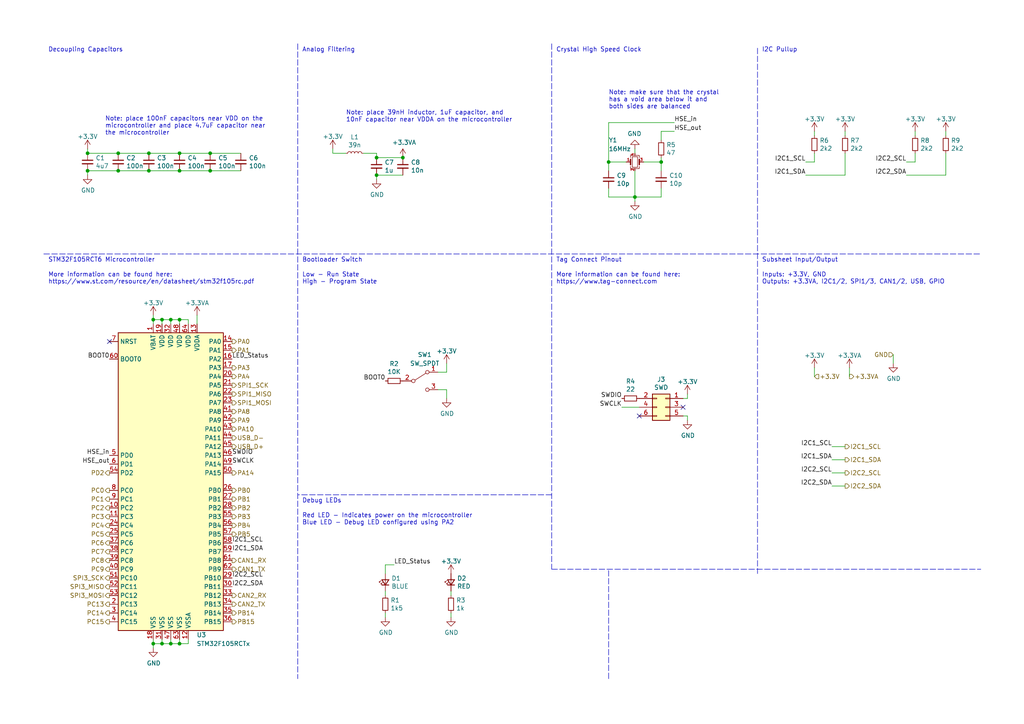
<source format=kicad_sch>
(kicad_sch (version 20211123) (generator eeschema)
  (paper "A4")
  (lib_symbols
    (symbol "Connector_Generic:Conn_02x03_Odd_Even" (pin_names (offset 1.016) hide)
      (property "Reference" "J" (at 1.27 5.08 0))
      (property "Value" "Conn_02x03_Odd_Even" (at 1.27 -5.08 0))
      (symbol "Conn_02x03_Odd_Even_1_1"
        (rectangle (start -1.27 -2.413) (end 0 -2.667) (stroke (width 0.1524)))
        (rectangle (start -1.27 0.127) (end 0 -0.127) (stroke (width 0.1524)))
        (rectangle (start -1.27 2.667) (end 0 2.413) (stroke (width 0.1524)))
        (rectangle (start -1.27 3.81) (end 3.81 -3.81) (stroke (width 0.254)) (fill (type background)))
        (rectangle (start 3.81 -2.413) (end 2.54 -2.667) (stroke (width 0.1524)))
        (rectangle (start 3.81 0.127) (end 2.54 -0.127) (stroke (width 0.1524)))
        (rectangle (start 3.81 2.667) (end 2.54 2.413) (stroke (width 0.1524)))
        (pin passive line (at -5.08 2.54 0) (length 3.81) (name "Pin_1") (number "1"))
        (pin passive line (at 7.62 2.54 180) (length 3.81) (name "Pin_2") (number "2"))
        (pin passive line (at -5.08 0 0) (length 3.81) (name "Pin_3") (number "3"))
        (pin passive line (at 7.62 0 180) (length 3.81) (name "Pin_4") (number "4"))
        (pin passive line (at -5.08 -2.54 0) (length 3.81) (name "Pin_5") (number "5"))
        (pin passive line (at 7.62 -2.54 180) (length 3.81) (name "Pin_6") (number "6"))
      )
    )
    (symbol "Device:C_Small" (pin_numbers hide) (pin_names (offset 0.254) hide)
      (property "Reference" "C" (at 0.254 1.778 0))
      (property "Value" "C_Small" (at 0.254 -2.032 0))
      (symbol "C_Small_0_1"
        (polyline (pts (xy -1.524 -0.508) (xy 1.524 -0.508)) (stroke (width 0.3302)))
        (polyline (pts (xy -1.524 0.508) (xy 1.524 0.508)) (stroke (width 0.3048)))
      )
      (symbol "C_Small_1_1"
        (pin passive line (at 0 2.54 270) (length 2.032) (name "~") (number "1"))
        (pin passive line (at 0 -2.54 90) (length 2.032) (name "~") (number "2"))
      )
    )
    (symbol "Device:Crystal_GND24_Small" (pin_names (offset 1.016) hide)
      (property "Reference" "Y" (at 1.27 4.445 0))
      (property "Value" "Crystal_GND24_Small" (at 1.27 2.54 0))
      (symbol "Crystal_GND24_Small_0_1"
        (rectangle (start -0.762 -1.524) (end 0.762 1.524))
        (polyline (pts (xy -1.27 -0.762) (xy -1.27 0.762)) (stroke (width 0.381)))
        (polyline (pts (xy 1.27 -0.762) (xy 1.27 0.762)) (stroke (width 0.381)))
        (polyline (pts (xy -1.27 -1.27) (xy -1.27 -1.905) (xy 1.27 -1.905) (xy 1.27 -1.27)))
        (polyline (pts (xy -1.27 1.27) (xy -1.27 1.905) (xy 1.27 1.905) (xy 1.27 1.27)))
      )
      (symbol "Crystal_GND24_Small_1_1"
        (pin passive line (at -2.54 0 0) (length 1.27) (name "1") (number "1"))
        (pin passive line (at 0 -2.54 90) (length 0.635) (name "2") (number "2"))
        (pin passive line (at 2.54 0 180) (length 1.27) (name "3") (number "3"))
        (pin passive line (at 0 2.54 270) (length 0.635) (name "4") (number "4"))
      )
    )
    (symbol "Device:LED_Small" (pin_numbers hide) (pin_names (offset 0.254) hide)
      (property "Reference" "D" (at -1.27 3.175 0))
      (property "Value" "LED_Small" (at -4.445 -2.54 0))
      (symbol "LED_Small_0_1"
        (polyline (pts (xy -0.762 -1.016) (xy -0.762 1.016)) (stroke (width 0.254)))
        (polyline (pts (xy 1.016 0) (xy -0.762 0)))
        (polyline (pts (xy 0.762 -1.016) (xy -0.762 0) (xy 0.762 1.016) (xy 0.762 -1.016)) (stroke (width 0.254)))
        (polyline (pts (xy 0 0.762) (xy -0.508 1.27) (xy -0.254 1.27) (xy -0.508 1.27) (xy -0.508 1.016)))
        (polyline (pts (xy 0.508 1.27) (xy 0 1.778) (xy 0.254 1.778) (xy 0 1.778) (xy 0 1.524)))
      )
      (symbol "LED_Small_1_1"
        (pin passive line (at -2.54 0 0) (length 1.778) (name "K") (number "1"))
        (pin passive line (at 2.54 0 180) (length 1.778) (name "A") (number "2"))
      )
    )
    (symbol "Device:L_Small" (pin_numbers hide) (pin_names (offset 0.254) hide)
      (property "Reference" "L" (at 0.762 1.016 0))
      (property "Value" "L_Small" (at 0.762 -1.016 0))
      (symbol "L_Small_0_1"
        (arc (start 0 -2.032) (mid 0.508 -1.524) (end 0 -1.016))
        (arc (start 0 -1.016) (mid 0.508 -0.508) (end 0 0))
        (arc (start 0 0) (mid 0.508 0.508) (end 0 1.016))
        (arc (start 0 1.016) (mid 0.508 1.524) (end 0 2.032))
      )
      (symbol "L_Small_1_1"
        (pin passive line (at 0 2.54 270) (length 0.508) (name "~") (number "1"))
        (pin passive line (at 0 -2.54 90) (length 0.508) (name "~") (number "2"))
      )
    )
    (symbol "Device:R_Small" (pin_numbers hide) (pin_names (offset 0.254) hide)
      (property "Reference" "R" (at 0.762 0.508 0))
      (property "Value" "R_Small" (at 0.762 -1.016 0))
      (symbol "R_Small_0_1"
        (rectangle (start -0.762 1.778) (end 0.762 -1.778) (stroke (width 0.2032)))
      )
      (symbol "R_Small_1_1"
        (pin passive line (at 0 2.54 270) (length 0.762) (name "~") (number "1"))
        (pin passive line (at 0 -2.54 90) (length 0.762) (name "~") (number "2"))
      )
    )
    (symbol "MCU_ST_STM32F1:STM32F105RCTx"
      (property "Reference" "U" (at -15.24 44.45 0))
      (property "Value" "STM32F105RCTx" (at 10.16 44.45 0))
      (symbol "STM32F105RCTx_0_1"
        (rectangle (start -15.24 -43.18) (end 15.24 43.18) (stroke (width 0.254)) (fill (type background)))
      )
      (symbol "STM32F105RCTx_1_1"
        (pin power_in line (at -5.08 45.72 270) (length 2.54) (name "VBAT") (number "1"))
        (pin bidirectional line (at -17.78 -7.62 0) (length 2.54) (name "PC2") (number "10"))
        (pin bidirectional line (at -17.78 -10.16 0) (length 2.54) (name "PC3") (number "11"))
        (pin power_in line (at 5.08 -45.72 90) (length 2.54) (name "VSSA") (number "12"))
        (pin power_in line (at 7.62 45.72 270) (length 2.54) (name "VDDA") (number "13"))
        (pin bidirectional line (at 17.78 40.64 180) (length 2.54) (name "PA0") (number "14"))
        (pin bidirectional line (at 17.78 38.1 180) (length 2.54) (name "PA1") (number "15"))
        (pin bidirectional line (at 17.78 35.56 180) (length 2.54) (name "PA2") (number "16"))
        (pin bidirectional line (at 17.78 33.02 180) (length 2.54) (name "PA3") (number "17"))
        (pin power_in line (at -5.08 -45.72 90) (length 2.54) (name "VSS") (number "18"))
        (pin power_in line (at -2.54 45.72 270) (length 2.54) (name "VDD") (number "19"))
        (pin bidirectional line (at -17.78 -35.56 0) (length 2.54) (name "PC13") (number "2"))
        (pin bidirectional line (at 17.78 30.48 180) (length 2.54) (name "PA4") (number "20"))
        (pin bidirectional line (at 17.78 27.94 180) (length 2.54) (name "PA5") (number "21"))
        (pin bidirectional line (at 17.78 25.4 180) (length 2.54) (name "PA6") (number "22"))
        (pin bidirectional line (at 17.78 22.86 180) (length 2.54) (name "PA7") (number "23"))
        (pin bidirectional line (at -17.78 -12.7 0) (length 2.54) (name "PC4") (number "24"))
        (pin bidirectional line (at -17.78 -15.24 0) (length 2.54) (name "PC5") (number "25"))
        (pin bidirectional line (at 17.78 -2.54 180) (length 2.54) (name "PB0") (number "26"))
        (pin bidirectional line (at 17.78 -5.08 180) (length 2.54) (name "PB1") (number "27"))
        (pin bidirectional line (at 17.78 -7.62 180) (length 2.54) (name "PB2") (number "28"))
        (pin bidirectional line (at 17.78 -27.94 180) (length 2.54) (name "PB10") (number "29"))
        (pin bidirectional line (at -17.78 -38.1 0) (length 2.54) (name "PC14") (number "3"))
        (pin bidirectional line (at 17.78 -30.48 180) (length 2.54) (name "PB11") (number "30"))
        (pin power_in line (at -2.54 -45.72 90) (length 2.54) (name "VSS") (number "31"))
        (pin power_in line (at 0 45.72 270) (length 2.54) (name "VDD") (number "32"))
        (pin bidirectional line (at 17.78 -33.02 180) (length 2.54) (name "PB12") (number "33"))
        (pin bidirectional line (at 17.78 -35.56 180) (length 2.54) (name "PB13") (number "34"))
        (pin bidirectional line (at 17.78 -38.1 180) (length 2.54) (name "PB14") (number "35"))
        (pin bidirectional line (at 17.78 -40.64 180) (length 2.54) (name "PB15") (number "36"))
        (pin bidirectional line (at -17.78 -17.78 0) (length 2.54) (name "PC6") (number "37"))
        (pin bidirectional line (at -17.78 -20.32 0) (length 2.54) (name "PC7") (number "38"))
        (pin bidirectional line (at -17.78 -22.86 0) (length 2.54) (name "PC8") (number "39"))
        (pin bidirectional line (at -17.78 -40.64 0) (length 2.54) (name "PC15") (number "4"))
        (pin bidirectional line (at -17.78 -25.4 0) (length 2.54) (name "PC9") (number "40"))
        (pin bidirectional line (at 17.78 20.32 180) (length 2.54) (name "PA8") (number "41"))
        (pin bidirectional line (at 17.78 17.78 180) (length 2.54) (name "PA9") (number "42"))
        (pin bidirectional line (at 17.78 15.24 180) (length 2.54) (name "PA10") (number "43"))
        (pin bidirectional line (at 17.78 12.7 180) (length 2.54) (name "PA11") (number "44"))
        (pin bidirectional line (at 17.78 10.16 180) (length 2.54) (name "PA12") (number "45"))
        (pin bidirectional line (at 17.78 7.62 180) (length 2.54) (name "PA13") (number "46"))
        (pin power_in line (at 0 -45.72 90) (length 2.54) (name "VSS") (number "47"))
        (pin power_in line (at 2.54 45.72 270) (length 2.54) (name "VDD") (number "48"))
        (pin bidirectional line (at 17.78 5.08 180) (length 2.54) (name "PA14") (number "49"))
        (pin input line (at -17.78 7.62 0) (length 2.54) (name "PD0") (number "5"))
        (pin bidirectional line (at 17.78 2.54 180) (length 2.54) (name "PA15") (number "50"))
        (pin bidirectional line (at -17.78 -27.94 0) (length 2.54) (name "PC10") (number "51"))
        (pin bidirectional line (at -17.78 -30.48 0) (length 2.54) (name "PC11") (number "52"))
        (pin bidirectional line (at -17.78 -33.02 0) (length 2.54) (name "PC12") (number "53"))
        (pin bidirectional line (at -17.78 2.54 0) (length 2.54) (name "PD2") (number "54"))
        (pin bidirectional line (at 17.78 -10.16 180) (length 2.54) (name "PB3") (number "55"))
        (pin bidirectional line (at 17.78 -12.7 180) (length 2.54) (name "PB4") (number "56"))
        (pin bidirectional line (at 17.78 -15.24 180) (length 2.54) (name "PB5") (number "57"))
        (pin bidirectional line (at 17.78 -17.78 180) (length 2.54) (name "PB6") (number "58"))
        (pin bidirectional line (at 17.78 -20.32 180) (length 2.54) (name "PB7") (number "59"))
        (pin input line (at -17.78 5.08 0) (length 2.54) (name "PD1") (number "6"))
        (pin input line (at -17.78 35.56 0) (length 2.54) (name "BOOT0") (number "60"))
        (pin bidirectional line (at 17.78 -22.86 180) (length 2.54) (name "PB8") (number "61"))
        (pin bidirectional line (at 17.78 -25.4 180) (length 2.54) (name "PB9") (number "62"))
        (pin power_in line (at 2.54 -45.72 90) (length 2.54) (name "VSS") (number "63"))
        (pin power_in line (at 5.08 45.72 270) (length 2.54) (name "VDD") (number "64"))
        (pin input line (at -17.78 40.64 0) (length 2.54) (name "NRST") (number "7"))
        (pin bidirectional line (at -17.78 -2.54 0) (length 2.54) (name "PC0") (number "8"))
        (pin bidirectional line (at -17.78 -5.08 0) (length 2.54) (name "PC1") (number "9"))
      )
    )
    (symbol "Switch:SW_SPDT" (pin_names (offset 0) hide)
      (property "Reference" "SW" (at 0 4.318 0))
      (property "Value" "SW_SPDT" (at 0 -5.08 0))
      (symbol "SW_SPDT_0_0"
        (circle (center -2.032 0) (radius 0.508))
        (circle (center 2.032 -2.54) (radius 0.508))
      )
      (symbol "SW_SPDT_0_1"
        (polyline (pts (xy -1.524 0.254) (xy 1.651 2.286)))
        (circle (center 2.032 2.54) (radius 0.508))
      )
      (symbol "SW_SPDT_1_1"
        (pin passive line (at 5.08 2.54 180) (length 2.54) (name "A") (number "1"))
        (pin passive line (at -5.08 0 0) (length 2.54) (name "B") (number "2"))
        (pin passive line (at 5.08 -2.54 180) (length 2.54) (name "C") (number "3"))
      )
    )
    (symbol "power:+3.3V" (power) (pin_names (offset 0))
      (property "Value" "+3.3V" (at 0 3.556 0))
      (symbol "+3.3V_0_1"
        (polyline (pts (xy -0.762 1.27) (xy 0 2.54)))
        (polyline (pts (xy 0 0) (xy 0 2.54)))
        (polyline (pts (xy 0 2.54) (xy 0.762 1.27)))
      )
      (symbol "+3.3V_1_1"
        (pin power_in line (at 0 0 90) (length 0) hide (name "+3.3V") (number "1"))
      )
    )
    (symbol "power:+3.3VA" (power) (pin_names (offset 0))
      (property "Value" "+3.3VA" (at 0 3.556 0))
      (symbol "+3.3VA_0_1"
        (polyline (pts (xy -0.762 1.27) (xy 0 2.54)))
        (polyline (pts (xy 0 0) (xy 0 2.54)))
        (polyline (pts (xy 0 2.54) (xy 0.762 1.27)))
      )
      (symbol "+3.3VA_1_1"
        (pin power_in line (at 0 0 90) (length 0) hide (name "+3.3VA") (number "1"))
      )
    )
    (symbol "power:GND" (power) (pin_names (offset 0))
      (property "Value" "GND" (at 0 -3.81 0))
      (symbol "GND_0_1"
        (polyline (pts (xy 0 0) (xy 0 -1.27) (xy 1.27 -1.27) (xy 0 -2.54) (xy -1.27 -1.27) (xy 0 -1.27)))
      )
      (symbol "GND_1_1"
        (pin power_in line (at 0 0 270) (length 0) hide (name "GND") (number "1"))
      )
    )
  )
  (junction (at 49.53 186.69))
  (junction (at 184.15 57.15))
  (junction (at 109.22 50.8))
  (junction (at 60.96 49.53))
  (junction (at 34.29 49.53))
  (junction (at 43.18 49.53))
  (junction (at 60.96 44.45))
  (junction (at 44.45 186.69))
  (junction (at 52.07 92.71))
  (junction (at 46.99 186.69))
  (junction (at 176.53 46.99))
  (junction (at 109.22 45.72))
  (junction (at 34.29 44.45))
  (junction (at 44.45 92.71))
  (junction (at 116.84 45.72))
  (junction (at 52.07 186.69))
  (junction (at 52.07 44.45))
  (junction (at 46.99 92.71))
  (junction (at 25.4 49.53))
  (junction (at 25.4 44.45))
  (junction (at 191.77 46.99))
  (junction (at 52.07 49.53))
  (junction (at 49.53 92.71))
  (junction (at 43.18 44.45))
  (no_connect (at 31.75 99.06))
  (no_connect (at 198.12 118.11))
  (no_connect (at 185.42 120.65))
  (wire (pts (xy 96.52 43.18) (xy 96.52 44.45)))
  (wire (pts (xy 180.34 118.11) (xy 185.42 118.11)))
  (wire (pts (xy 198.12 115.57) (xy 199.39 115.57)))
  (wire (pts (xy 265.43 38.1) (xy 265.43 39.37)))
  (polyline (pts (xy 160.02 143.51) (xy 86.36 143.51)))
  (wire (pts (xy 43.18 44.45) (xy 52.07 44.45)))
  (wire (pts (xy 129.54 107.95) (xy 129.54 105.41)))
  (wire (pts (xy 265.43 46.99) (xy 265.43 44.45)))
  (wire (pts (xy 25.4 50.8) (xy 25.4 49.53)))
  (wire (pts (xy 44.45 186.69) (xy 44.45 187.96)))
  (wire (pts (xy 191.77 46.99) (xy 191.77 49.53)))
  (wire (pts (xy 274.32 38.1) (xy 274.32 39.37)))
  (wire (pts (xy 111.76 171.45) (xy 111.76 172.72)))
  (wire (pts (xy 60.96 49.53) (xy 69.85 49.53)))
  (wire (pts (xy 241.3 137.16) (xy 245.11 137.16)))
  (wire (pts (xy 259.08 105.41) (xy 259.08 102.87)))
  (wire (pts (xy 25.4 44.45) (xy 34.29 44.45)))
  (wire (pts (xy 25.4 43.18) (xy 25.4 44.45)))
  (wire (pts (xy 46.99 186.69) (xy 49.53 186.69)))
  (wire (pts (xy 184.15 57.15) (xy 191.77 57.15)))
  (wire (pts (xy 198.12 120.65) (xy 199.39 120.65)))
  (wire (pts (xy 44.45 92.71) (xy 44.45 91.44)))
  (wire (pts (xy 176.53 54.61) (xy 176.53 57.15)))
  (polyline (pts (xy 160.02 165.1) (xy 284.48 165.1)))
  (wire (pts (xy 49.53 92.71) (xy 46.99 92.71)))
  (wire (pts (xy 111.76 177.8) (xy 111.76 179.07)))
  (wire (pts (xy 96.52 44.45) (xy 100.33 44.45)))
  (wire (pts (xy 116.84 50.8) (xy 109.22 50.8)))
  (wire (pts (xy 262.89 46.99) (xy 265.43 46.99)))
  (polyline (pts (xy 160.02 12.7) (xy 160.02 165.1)))
  (wire (pts (xy 49.53 93.98) (xy 49.53 92.71)))
  (wire (pts (xy 184.15 44.45) (xy 184.15 43.18)))
  (wire (pts (xy 127 107.95) (xy 129.54 107.95)))
  (polyline (pts (xy 86.36 12.7) (xy 86.36 196.85)))
  (wire (pts (xy 44.45 93.98) (xy 44.45 92.71)))
  (wire (pts (xy 52.07 44.45) (xy 60.96 44.45)))
  (wire (pts (xy 236.22 38.1) (xy 236.22 39.37)))
  (wire (pts (xy 49.53 186.69) (xy 52.07 186.69)))
  (wire (pts (xy 127 113.03) (xy 129.54 113.03)))
  (wire (pts (xy 43.18 49.53) (xy 52.07 49.53)))
  (polyline (pts (xy 219.71 13.97) (xy 219.71 166.37)))
  (wire (pts (xy 114.3 163.83) (xy 111.76 163.83)))
  (wire (pts (xy 111.76 163.83) (xy 111.76 166.37)))
  (wire (pts (xy 199.39 115.57) (xy 199.39 114.3)))
  (wire (pts (xy 60.96 44.45) (xy 69.85 44.45)))
  (wire (pts (xy 44.45 186.69) (xy 44.45 185.42)))
  (wire (pts (xy 191.77 38.1) (xy 195.58 38.1)))
  (wire (pts (xy 129.54 113.03) (xy 129.54 115.57)))
  (wire (pts (xy 191.77 40.64) (xy 191.77 38.1)))
  (wire (pts (xy 130.81 171.45) (xy 130.81 172.72)))
  (wire (pts (xy 34.29 44.45) (xy 43.18 44.45)))
  (wire (pts (xy 52.07 92.71) (xy 52.07 93.98)))
  (wire (pts (xy 274.32 50.8) (xy 274.32 44.45)))
  (wire (pts (xy 176.53 49.53) (xy 176.53 46.99)))
  (wire (pts (xy 233.68 46.99) (xy 236.22 46.99)))
  (wire (pts (xy 46.99 185.42) (xy 46.99 186.69)))
  (polyline (pts (xy 176.53 196.85) (xy 176.53 165.1)))
  (wire (pts (xy 54.61 186.69) (xy 54.61 185.42)))
  (wire (pts (xy 184.15 57.15) (xy 184.15 58.42)))
  (wire (pts (xy 109.22 50.8) (xy 109.22 52.07)))
  (wire (pts (xy 49.53 92.71) (xy 52.07 92.71)))
  (wire (pts (xy 52.07 92.71) (xy 54.61 92.71)))
  (wire (pts (xy 130.81 177.8) (xy 130.81 179.07)))
  (wire (pts (xy 109.22 44.45) (xy 109.22 45.72)))
  (wire (pts (xy 184.15 49.53) (xy 184.15 57.15)))
  (wire (pts (xy 262.89 50.8) (xy 274.32 50.8)))
  (wire (pts (xy 245.11 50.8) (xy 245.11 44.45)))
  (wire (pts (xy 186.69 46.99) (xy 191.77 46.99)))
  (wire (pts (xy 199.39 120.65) (xy 199.39 121.92)))
  (wire (pts (xy 52.07 49.53) (xy 60.96 49.53)))
  (wire (pts (xy 241.3 140.97) (xy 245.11 140.97)))
  (wire (pts (xy 176.53 35.56) (xy 195.58 35.56)))
  (wire (pts (xy 241.3 129.54) (xy 245.11 129.54)))
  (wire (pts (xy 57.15 93.98) (xy 57.15 91.44)))
  (wire (pts (xy 191.77 57.15) (xy 191.77 54.61)))
  (wire (pts (xy 46.99 186.69) (xy 44.45 186.69)))
  (wire (pts (xy 25.4 49.53) (xy 34.29 49.53)))
  (wire (pts (xy 246.38 106.68) (xy 246.38 109.22)))
  (wire (pts (xy 236.22 106.68) (xy 236.22 109.22)))
  (wire (pts (xy 191.77 45.72) (xy 191.77 46.99)))
  (wire (pts (xy 52.07 186.69) (xy 54.61 186.69)))
  (wire (pts (xy 176.53 46.99) (xy 176.53 35.56)))
  (wire (pts (xy 236.22 46.99) (xy 236.22 44.45)))
  (wire (pts (xy 109.22 45.72) (xy 116.84 45.72)))
  (wire (pts (xy 241.3 133.35) (xy 245.11 133.35)))
  (wire (pts (xy 34.29 49.53) (xy 43.18 49.53)))
  (wire (pts (xy 176.53 46.99) (xy 181.61 46.99)))
  (wire (pts (xy 233.68 50.8) (xy 245.11 50.8)))
  (wire (pts (xy 176.53 57.15) (xy 184.15 57.15)))
  (wire (pts (xy 52.07 186.69) (xy 52.07 185.42)))
  (polyline (pts (xy 12.7 73.66) (xy 284.48 73.66)))
  (wire (pts (xy 44.45 92.71) (xy 46.99 92.71)))
  (wire (pts (xy 105.41 44.45) (xy 109.22 44.45)))
  (wire (pts (xy 46.99 92.71) (xy 46.99 93.98)))
  (wire (pts (xy 245.11 38.1) (xy 245.11 39.37)))
  (wire (pts (xy 49.53 186.69) (xy 49.53 185.42)))
  (wire (pts (xy 54.61 92.71) (xy 54.61 93.98)))
  (text "Note: place 100nF capacitors near VDD on the \nmicrocontroller and place 4.7uF capacitor near \nthe microcontroller" (at 30.48 39.37 0) (effects (font (size 1.27 1.27)) (justify left bottom)))
  (text "Inputs: +3.3V, GND\nOutputs: +3.3VA, I2C1/2, SPI1/3, CAN1/2, USB, GPIO" (at 220.98 82.55 0) (effects (font (size 1.27 1.27)) (justify left bottom)))
  (text "Bootloader Switch" (at 87.63 76.2 0) (effects (font (size 1.27 1.27)) (justify left bottom)))
  (text "Low - Run State\nHigh - Program State" (at 87.63 82.55 0) (effects (font (size 1.27 1.27)) (justify left bottom)))
  (text "Analog Filtering" (at 87.63 15.24 0) (effects (font (size 1.27 1.27)) (justify left bottom)))
  (text "I2C Pullup" (at 220.98 15.24 0) (effects (font (size 1.27 1.27)) (justify left bottom)))
  (text "Tag Connect Pinout" (at 161.29 76.2 0) (effects (font (size 1.27 1.27)) (justify left bottom)))
  (text "Note: place 39nH inductor, 1uF capacitor, and \n10nF capacitor near VDDA on the microcontroller" (at 100.33 35.56 0) (effects (font (size 1.27 1.27)) (justify left bottom)))
  (text "Subsheet Input/Output" (at 220.98 76.2 0) (effects (font (size 1.27 1.27)) (justify left bottom)))
  (text "Debug LEDs" (at 87.63 146.05 0) (effects (font (size 1.27 1.27)) (justify left bottom)))
  (text "Note: make sure that the crystal \nhas a void area below it and\nboth sides are balanced" (at 176.53 31.75 0) (effects (font (size 1.27 1.27)) (justify left bottom)))
  (text "Decoupling Capacitors" (at 13.97 15.24 0) (effects (font (size 1.27 1.27)) (justify left bottom)))
  (text "Crystal High Speed Clock" (at 161.29 15.24 0) (effects (font (size 1.27 1.27)) (justify left bottom)))
  (text "STM32F105RCT6 Microcontroller" (at 13.97 76.2 0) (effects (font (size 1.27 1.27)) (justify left bottom)))
  (text "More information can be found here:\nhttps://www.st.com/resource/en/datasheet/stm32f105rc.pdf" (at 13.97 82.55 0) (effects (font (size 1.27 1.27)) (justify left bottom)))
  (text "More information can be found here: \nhttps://www.tag-connect.com" (at 161.29 82.55 0) (effects (font (size 1.27 1.27)) (justify left bottom)))
  (text "Red LED - Indicates power on the microcontroller\nBlue LED - Debug LED configured using PA2" (at 87.63 152.4 0) (effects (font (size 1.27 1.27)) (justify left bottom)))
  (label "SWDIO" (at 180.34 115.57 180))
  (label "HSE_in" (at 195.58 35.56 0))
  (label "SWCLK" (at 180.34 118.11 180))
  (label "SWDIO" (at 67.31 132.08 0))
  (label "HSE_out" (at 31.75 134.62 180))
  (label "I2C2_SCL" (at 67.31 167.64 0))
  (label "BOOT0" (at 111.76 110.49 180))
  (label "I2C1_SCL" (at 233.68 46.99 180))
  (label "HSE_in" (at 31.75 132.08 180))
  (label "I2C2_SDA" (at 262.89 50.8 180))
  (label "HSE_out" (at 195.58 38.1 0))
  (label "I2C1_SCL" (at 241.3 129.54 180))
  (label "LED_Status" (at 114.3 163.83 0))
  (label "I2C1_SDA" (at 67.31 160.02 0))
  (label "BOOT0" (at 31.75 104.14 180))
  (label "I2C1_SDA" (at 241.3 133.35 180))
  (label "LED_Status" (at 67.31 104.14 0))
  (label "I2C2_SDA" (at 67.31 170.18 0))
  (label "SWCLK" (at 67.31 134.62 0))
  (label "I2C2_SCL" (at 241.3 137.16 180))
  (label "I2C2_SDA" (at 241.3 140.97 180))
  (label "I2C1_SCL" (at 67.31 157.48 0))
  (label "I2C2_SCL" (at 262.89 46.99 180))
  (label "I2C1_SDA" (at 233.68 50.8 180))
  (hierarchical_label "PC6" (shape output) (at 31.75 157.48 180))
  (hierarchical_label "Brake2" (shape input) (at -11.43 165.1 180))
  (hierarchical_label "PC7" (shape output) (at 31.75 160.02 180))
  (hierarchical_label "APPs1_Connect" (shape input) (at -11.43 179.07 180))
  (hierarchical_label "PC0" (shape output) (at 31.75 142.24 180))
  (hierarchical_label "USB_D-" (shape output) (at 67.31 127 0))
  (hierarchical_label "APPs1_5%" (shape input) (at -11.43 147.32 180))
  (hierarchical_label "USB_D+" (shape output) (at 67.31 129.54 0))
  (hierarchical_label "CAN1_RX" (shape output) (at 67.31 162.56 0))
  (hierarchical_label "SPI1_MOSI" (shape output) (at 67.31 116.84 0))
  (hierarchical_label "I2C1_SDA" (shape output) (at 245.11 133.35 0))
  (hierarchical_label "PB15" (shape output) (at 67.31 180.34 0))
  (hierarchical_label "PC5" (shape output) (at 31.75 154.94 180))
  (hierarchical_label "APPs2_Connect" (shape input) (at -11.43 176.53 180))
  (hierarchical_label "PB5" (shape output) (at 67.31 154.94 0))
  (hierarchical_label "SPI1_SCK" (shape output) (at 67.31 111.76 0))
  (hierarchical_label "I2C2_SDA" (shape output) (at 245.11 140.97 0))
  (hierarchical_label "GND" (shape input) (at 259.08 102.87 180))
  (hierarchical_label "PA3" (shape output) (at 67.31 106.68 0))
  (hierarchical_label "+3.3V" (shape input) (at 236.22 109.22 0))
  (hierarchical_label "SPI3_SCK" (shape output) (at 31.75 167.64 180))
  (hierarchical_label "SPI3_MISO" (shape output) (at 31.75 170.18 180))
  (hierarchical_label "PC2" (shape output) (at 31.75 147.32 180))
  (hierarchical_label "PA8" (shape output) (at 67.31 119.38 0))
  (hierarchical_label "PC9" (shape output) (at 31.75 165.1 180))
  (hierarchical_label "+3.3VA" (shape output) (at 246.38 109.22 0))
  (hierarchical_label "PB0" (shape output) (at 67.31 142.24 0))
  (hierarchical_label "APPs_5%" (shape input) (at -11.43 156.21 180))
  (hierarchical_label "CAN2_TX" (shape output) (at 67.31 175.26 0))
  (hierarchical_label "PB2" (shape output) (at 67.31 147.32 0))
  (hierarchical_label "CAN1_TX" (shape output) (at 67.31 165.1 0))
  (hierarchical_label "SPI1_MISO" (shape output) (at 67.31 114.3 0))
  (hierarchical_label "PD2" (shape output) (at 31.75 137.16 180))
  (hierarchical_label "PA14" (shape output) (at 67.31 137.16 0))
  (hierarchical_label "PC15" (shape output) (at 31.75 180.34 180))
  (hierarchical_label "PC8" (shape output) (at 31.75 162.56 180))
  (hierarchical_label "PB14" (shape output) (at 67.31 177.8 0))
  (hierarchical_label "I2C2_SCL" (shape output) (at 245.11 137.16 0))
  (hierarchical_label "PA4" (shape output) (at 67.31 109.22 0))
  (hierarchical_label "I2C1_SCL" (shape output) (at 245.11 129.54 0))
  (hierarchical_label "PA0" (shape output) (at 67.31 99.06 0))
  (hierarchical_label "PA10" (shape output) (at 67.31 124.46 0))
  (hierarchical_label "PC13" (shape output) (at 31.75 175.26 180))
  (hierarchical_label "CAN2_RX" (shape output) (at 67.31 172.72 0))
  (hierarchical_label "PB4" (shape output) (at 67.31 152.4 0))
  (hierarchical_label "Brake1" (shape input) (at -11.43 167.64 180))
  (hierarchical_label "PC3" (shape output) (at 31.75 149.86 180))
  (hierarchical_label "APPs1_25%" (shape input) (at -11.43 149.86 180))
  (hierarchical_label "PA1" (shape output) (at 67.31 101.6 0))
  (hierarchical_label "PC4" (shape output) (at 31.75 152.4 180))
  (hierarchical_label "PC1" (shape output) (at 31.75 144.78 180))
  (hierarchical_label "PC14" (shape output) (at 31.75 177.8 180))
  (hierarchical_label "PA9" (shape output) (at 67.31 121.92 0))
  (hierarchical_label "SPI3_MOSI" (shape output) (at 31.75 172.72 180))
  (hierarchical_label "PB1" (shape output) (at 67.31 144.78 0))
  (hierarchical_label "APPs2_25%" (shape input) (at -11.43 158.75 180))
  (hierarchical_label "PB3" (shape output) (at 67.31 149.86 0))
  (symbol (lib_id "MCU_ST_STM32F1:STM32F105RCTx") (at 49.53 139.7 0) (unit 1)
    (property "Reference" "U3" (at 58.42 184.15 0))
    (property "Value" "STM32F105RCTx" (at 64.77 186.69 0))
    (property "Footprint" "Package_QFP:LQFP-64_10x10mm_P0.5mm" (effects hide))
    (property "Datasheet" "http://www.st.com/st-web-ui/static/active/en/resource/technical/document/datasheet/CD00220364.pdf" (effects hide))
  )
  (symbol (lib_id "power:GND") (at 44.45 187.96 0) (unit 1)
    (property "Reference" "#PWR0115" (effects hide))
    (property "Value" "GND" (at 44.577 192.3542 0))
  )
  (symbol (lib_id "Switch:SW_SPDT") (at 121.92 110.49 0) (unit 1)
    (property "Reference" "SW1" (at 123.19 102.87 0))
    (property "Value" "SW_SPDT" (at 123.19 105.41 0))
    (property "Footprint" "Button_Switch_SMD:SW_SPDT_CK-JS102011SAQN" (effects hide))
  )
  (symbol (lib_id "Device:R_Small") (at 114.3 110.49 270) (unit 1)
    (property "Reference" "R2" (at 114.3 105.5116 90))
    (property "Value" "10K" (at 114.3 107.823 90))
    (property "Footprint" "Resistor_SMD:R_0603_1608Metric" (effects hide))
  )
  (symbol (lib_id "power:GND") (at 129.54 115.57 0) (unit 1)
    (property "Reference" "#PWR0104" (effects hide))
    (property "Value" "GND" (at 129.667 119.9642 0))
  )
  (symbol (lib_id "Device:C_Small") (at 25.4 46.99 0) (unit 1)
    (property "Reference" "C1" (at 27.7368 45.8216 0) (effects (justify left)))
    (property "Value" "4u7" (at 27.7368 48.133 0) (effects (justify left)))
    (property "Footprint" "Capacitor_SMD:C_0603_1608Metric" (effects hide))
  )
  (symbol (lib_id "Device:C_Small") (at 34.29 46.99 0) (unit 1)
    (property "Reference" "C2" (at 36.6268 45.8216 0) (effects (justify left)))
    (property "Value" "100n" (at 36.6268 48.133 0) (effects (justify left)))
    (property "Footprint" "Capacitor_SMD:C_0603_1608Metric" (effects hide))
  )
  (symbol (lib_id "Device:C_Small") (at 43.18 46.99 0) (unit 1)
    (property "Reference" "C3" (at 45.5168 45.8216 0) (effects (justify left)))
    (property "Value" "100n" (at 45.5168 48.133 0) (effects (justify left)))
    (property "Footprint" "Capacitor_SMD:C_0603_1608Metric" (effects hide))
  )
  (symbol (lib_id "Device:C_Small") (at 52.07 46.99 0) (unit 1)
    (property "Reference" "C4" (at 54.4068 45.8216 0) (effects (justify left)))
    (property "Value" "100n" (at 54.4068 48.133 0) (effects (justify left)))
    (property "Footprint" "Capacitor_SMD:C_0603_1608Metric" (effects hide))
  )
  (symbol (lib_id "Device:C_Small") (at 60.96 46.99 0) (unit 1)
    (property "Reference" "C5" (at 63.2968 45.8216 0) (effects (justify left)))
    (property "Value" "100n" (at 63.2968 48.133 0) (effects (justify left)))
    (property "Footprint" "Capacitor_SMD:C_0603_1608Metric" (effects hide))
  )
  (symbol (lib_id "Device:C_Small") (at 69.85 46.99 0) (unit 1)
    (property "Reference" "C6" (at 72.1868 45.8216 0) (effects (justify left)))
    (property "Value" "100n" (at 72.1868 48.133 0) (effects (justify left)))
    (property "Footprint" "Capacitor_SMD:C_0603_1608Metric" (effects hide))
  )
  (symbol (lib_id "power:GND") (at 25.4 50.8 0) (unit 1)
    (property "Reference" "#PWR0111" (effects hide))
    (property "Value" "GND" (at 25.527 55.1942 0))
  )
  (symbol (lib_id "Device:L_Small") (at 102.87 44.45 90) (unit 1)
    (property "Reference" "L1" (at 102.87 39.751 90))
    (property "Value" "39n" (at 102.87 42.0624 90))
    (property "Footprint" "Inductor_SMD:L_0603_1608Metric" (effects hide))
  )
  (symbol (lib_id "power:+3.3VA") (at 116.84 45.72 0) (unit 1)
    (property "Reference" "#PWR0102" (effects hide))
    (property "Value" "+3.3VA" (at 117.221 41.3258 0))
  )
  (symbol (lib_id "Device:C_Small") (at 109.22 48.26 0) (unit 1)
    (property "Reference" "C7" (at 111.5568 47.0916 0) (effects (justify left)))
    (property "Value" "1u" (at 111.5568 49.403 0) (effects (justify left)))
    (property "Footprint" "Capacitor_SMD:C_0603_1608Metric" (effects hide))
  )
  (symbol (lib_id "Device:C_Small") (at 116.84 48.26 0) (unit 1)
    (property "Reference" "C8" (at 119.1768 47.0916 0) (effects (justify left)))
    (property "Value" "10n" (at 119.1768 49.403 0) (effects (justify left)))
    (property "Footprint" "Capacitor_SMD:C_0603_1608Metric" (effects hide))
  )
  (symbol (lib_id "power:GND") (at 109.22 52.07 0) (unit 1)
    (property "Reference" "#PWR0101" (effects hide))
    (property "Value" "GND" (at 109.347 56.4642 0))
  )
  (symbol (lib_id "Device:Crystal_GND24_Small") (at 184.15 46.99 0) (unit 1)
    (property "Reference" "Y1" (at 176.53 40.64 0) (effects (justify left)))
    (property "Value" "16MHz" (at 176.53 43.18 0) (effects (justify left)))
    (property "Footprint" "Crystal:Crystal_SMD_3225-4Pin_3.2x2.5mm" (effects hide))
    (property "Datasheet" "https://datasheet.lcsc.com/lcsc/2103291133_Yangxing-Tech-X322516MLB4SI_C13738.pdf" (effects hide))
  )
  (symbol (lib_id "power:GND") (at 184.15 58.42 0) (unit 1)
    (property "Reference" "#PWR0114" (effects hide))
    (property "Value" "GND" (at 184.277 62.8142 0))
  )
  (symbol (lib_id "Device:C_Small") (at 191.77 52.07 0) (unit 1)
    (property "Reference" "C10" (at 194.1068 50.9016 0) (effects (justify left)))
    (property "Value" "10p" (at 194.1068 53.213 0) (effects (justify left)))
    (property "Footprint" "Capacitor_SMD:C_0603_1608Metric" (effects hide))
  )
  (symbol (lib_id "Device:C_Small") (at 176.53 52.07 0) (unit 1)
    (property "Reference" "C9" (at 178.8668 50.9016 0) (effects (justify left)))
    (property "Value" "10p" (at 178.8668 53.213 0) (effects (justify left)))
    (property "Footprint" "Capacitor_SMD:C_0603_1608Metric" (effects hide))
  )
  (symbol (lib_id "Device:R_Small") (at 191.77 43.18 0) (unit 1)
    (property "Reference" "R5" (at 193.2686 42.0116 0) (effects (justify left)))
    (property "Value" "47" (at 193.2686 44.323 0) (effects (justify left)))
    (property "Footprint" "Resistor_SMD:R_0603_1608Metric" (effects hide))
  )
  (symbol (lib_id "power:GND") (at 259.08 105.41 0) (unit 1)
    (property "Reference" "#PWR0118" (effects hide))
    (property "Value" "GND" (at 259.207 109.8042 0))
  )
  (symbol (lib_id "power:GND") (at 184.15 43.18 180) (unit 1)
    (property "Reference" "#PWR0113" (effects hide))
    (property "Value" "GND" (at 184.023 38.7858 0))
  )
  (symbol (lib_id "power:GND") (at 130.81 179.07 0) (unit 1)
    (property "Reference" "#PWR0107" (effects hide))
    (property "Value" "GND" (at 130.937 183.4642 0))
  )
  (symbol (lib_id "Device:R_Small") (at 130.81 175.26 0) (unit 1)
    (property "Reference" "R3" (at 132.3086 174.0916 0) (effects (justify left)))
    (property "Value" "1k" (at 132.3086 176.403 0) (effects (justify left)))
    (property "Footprint" "Resistor_SMD:R_0603_1608Metric" (effects hide))
  )
  (symbol (lib_id "Device:LED_Small") (at 130.81 168.91 90) (unit 1)
    (property "Reference" "D2" (at 132.588 167.7416 90) (effects (justify right)))
    (property "Value" "RED" (at 132.588 170.053 90) (effects (justify right)))
    (property "Footprint" "LED_SMD:LED_0603_1608Metric" (effects hide))
  )
  (symbol (lib_id "Device:LED_Small") (at 111.76 168.91 90) (unit 1)
    (property "Reference" "D1" (at 113.538 167.7416 90) (effects (justify right)))
    (property "Value" "BLUE" (at 113.538 170.053 90) (effects (justify right)))
    (property "Footprint" "LED_SMD:LED_0603_1608Metric" (effects hide))
  )
  (symbol (lib_id "Connector_Generic:Conn_02x03_Odd_Even") (at 193.04 118.11 0) (mirror y) (unit 1)
    (property "Reference" "J3" (at 191.77 110.0582 0))
    (property "Value" "SWD" (at 191.77 112.3696 0))
    (property "Footprint" "Connector_PinHeader_1.27mm:PinHeader_2x03_P1.27mm_Vertical" (effects hide))
  )
  (symbol (lib_id "Device:R_Small") (at 111.76 175.26 0) (unit 1)
    (property "Reference" "R1" (at 113.2586 174.0916 0) (effects (justify left)))
    (property "Value" "1k5" (at 113.2586 176.403 0) (effects (justify left)))
    (property "Footprint" "Resistor_SMD:R_0603_1608Metric" (effects hide))
  )
  (symbol (lib_id "power:GND") (at 111.76 179.07 0) (unit 1)
    (property "Reference" "#PWR0106" (effects hide))
    (property "Value" "GND" (at 111.887 183.4642 0))
  )
  (symbol (lib_id "Device:R_Small") (at 182.88 115.57 270) (unit 1)
    (property "Reference" "R4" (at 182.88 110.5916 90))
    (property "Value" "22" (at 182.88 112.903 90))
    (property "Footprint" "Resistor_SMD:R_0603_1608Metric" (effects hide))
  )
  (symbol (lib_id "power:GND") (at 199.39 121.92 0) (unit 1)
    (property "Reference" "#PWR0119" (effects hide))
    (property "Value" "GND" (at 199.517 126.3142 0))
  )
  (symbol (lib_id "Device:R_Small") (at 236.22 41.91 0) (unit 1)
    (property "Reference" "R6" (at 237.7186 40.7416 0) (effects (justify left)))
    (property "Value" "2k2" (at 237.7186 43.053 0) (effects (justify left)))
    (property "Footprint" "Resistor_SMD:R_0603_1608Metric" (effects hide))
  )
  (symbol (lib_id "Device:R_Small") (at 245.11 41.91 0) (unit 1)
    (property "Reference" "R7" (at 246.6086 40.7416 0) (effects (justify left)))
    (property "Value" "2k2" (at 246.6086 43.053 0) (effects (justify left)))
    (property "Footprint" "Resistor_SMD:R_0603_1608Metric" (effects hide))
  )
  (symbol (lib_id "Device:R_Small") (at 265.43 41.91 0) (unit 1)
    (property "Reference" "R8" (at 266.9286 40.7416 0) (effects (justify left)))
    (property "Value" "2k2" (at 266.9286 43.053 0) (effects (justify left)))
    (property "Footprint" "Resistor_SMD:R_0603_1608Metric" (effects hide))
  )
  (symbol (lib_id "Device:R_Small") (at 274.32 41.91 0) (unit 1)
    (property "Reference" "R9" (at 275.8186 40.7416 0) (effects (justify left)))
    (property "Value" "2k2" (at 275.8186 43.053 0) (effects (justify left)))
    (property "Footprint" "Resistor_SMD:R_0603_1608Metric" (effects hide))
  )
  (symbol (lib_id "power:+3.3V") (at 199.39 114.3 0) (unit 1)
    (property "Reference" "#PWR0117" (effects hide))
    (property "Value" "+3.3V" (at 199.39 110.7242 0))
  )
  (symbol (lib_id "power:+3.3V") (at 236.22 38.1 0) (unit 1)
    (property "Reference" "#PWR0123" (effects hide))
    (property "Value" "+3.3V" (at 236.22 34.5242 0))
  )
  (symbol (lib_id "power:+3.3V") (at 44.45 91.44 0) (unit 1)
    (property "Reference" "#PWR0110" (effects hide))
    (property "Value" "+3.3V" (at 44.45 87.8642 0))
  )
  (symbol (lib_id "power:+3.3V") (at 96.52 43.18 0) (unit 1)
    (property "Reference" "#PWR0109" (effects hide))
    (property "Value" "+3.3V" (at 96.52 39.6042 0))
  )
  (symbol (lib_id "power:+3.3V") (at 130.81 166.37 0) (unit 1)
    (property "Reference" "#PWR0103" (effects hide))
    (property "Value" "+3.3V" (at 130.81 162.7942 0))
  )
  (symbol (lib_id "power:+3.3V") (at 236.22 106.68 0) (unit 1)
    (property "Reference" "#PWR0121" (effects hide))
    (property "Value" "+3.3V" (at 236.22 103.1042 0))
  )
  (symbol (lib_id "power:+3.3V") (at 245.11 38.1 0) (unit 1)
    (property "Reference" "#PWR0124" (effects hide))
    (property "Value" "+3.3V" (at 245.11 34.5242 0))
  )
  (symbol (lib_id "power:+3.3V") (at 25.4 43.18 0) (unit 1)
    (property "Reference" "#PWR0108" (effects hide))
    (property "Value" "+3.3V" (at 25.4 39.6042 0))
  )
  (symbol (lib_id "power:+3.3V") (at 274.32 38.1 0) (unit 1)
    (property "Reference" "#PWR0116" (effects hide))
    (property "Value" "+3.3V" (at 274.32 34.5242 0))
  )
  (symbol (lib_id "power:+3.3VA") (at 246.38 106.68 0) (unit 1)
    (property "Reference" "#PWR0122" (effects hide))
    (property "Value" "+3.3VA" (at 246.38 103.1042 0))
  )
  (symbol (lib_id "power:+3.3VA") (at 57.15 91.44 0) (unit 1)
    (property "Reference" "#PWR0112" (effects hide))
    (property "Value" "+3.3VA" (at 57.15 87.8642 0))
  )
  (symbol (lib_id "power:+3.3V") (at 129.54 105.41 0) (unit 1)
    (property "Reference" "#PWR0105" (effects hide))
    (property "Value" "+3.3V" (at 129.54 101.8342 0))
  )
  (symbol (lib_id "power:+3.3V") (at 265.43 38.1 0) (unit 1)
    (property "Reference" "#PWR0120" (effects hide))
    (property "Value" "+3.3V" (at 265.43 34.5242 0))
  )
)
</source>
